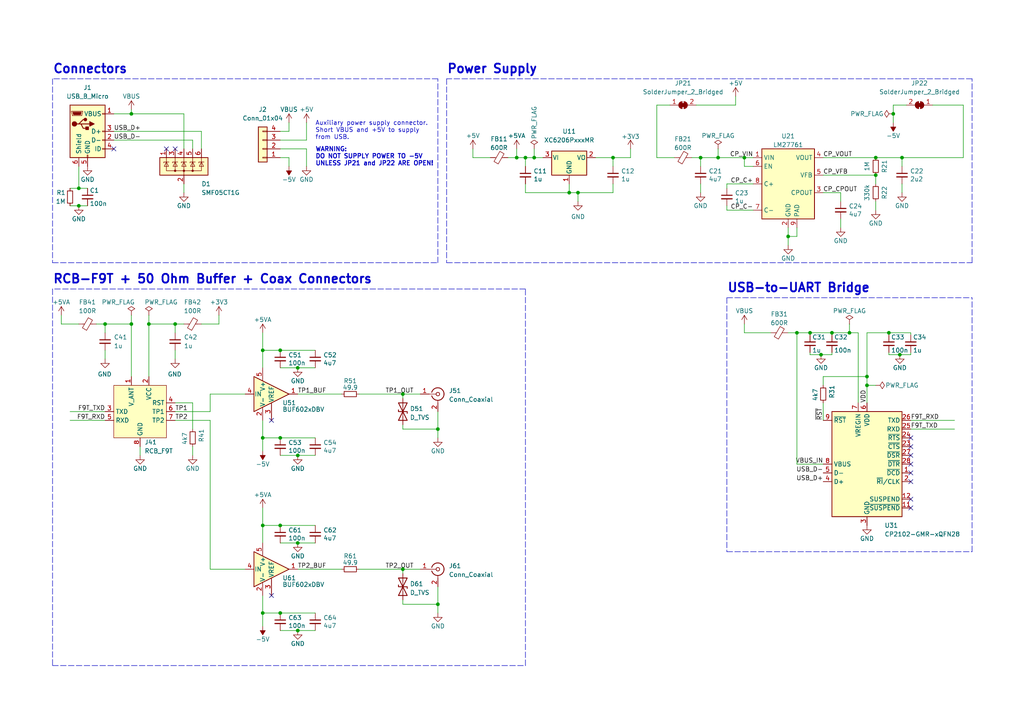
<source format=kicad_sch>
(kicad_sch (version 20211123) (generator eeschema)
  (paper "A4")
  (title_block (title "RCB-F9T Adapter w/ USB and 50Ω Timepulse SMA Connectors") (date "2022-08-21") (rev "1") (company "Carsten Andrich"))
  (lib_symbols
    (symbol "Amplifier_Buffer:BUF602xDBV" (pin_names (offset 0.127))
      (property "Reference" "U" (at 6.35 2.54 0))
      (property "Value" "BUF602xDBV" (at 7.62 -2.54 0))
      (symbol "BUF602xDBV_1_1"
        (pin output line (at 7.62 0 180) (length 2.54) (name "~") (number "1"))
        (pin power_in line (at -2.54 -7.62 90) (length 3.81) (name "V-") (number "2"))
        (pin output line (at 0 -7.62 90) (length 5.08) (name "VREF") (number "3"))
        (pin input line (at -7.62 0 0) (length 2.54) (name "IN") (number "4"))
        (pin power_in line (at -2.54 7.62 270) (length 3.81) (name "V+") (number "5"))
      )
    )
    (symbol "Connector:Conn_Coaxial" (pin_names (offset 1.016) hide)
      (property "Reference" "J" (at 0.254 3.048 0))
      (property "Value" "Conn_Coaxial" (at 2.921 0 90))
      (symbol "Conn_Coaxial_1_1"
        (pin passive line (at -5.08 0 0) (length 2.54) (name "In") (number "1"))
        (pin passive line (at 0 -5.08 90) (length 2.54) (name "Ext") (number "2"))
      )
    )
    (symbol "Connector:USB_B_Micro" (pin_names (offset 1.016))
      (property "Reference" "J" (at -5.08 11.43 0))
      (property "Value" "USB_B_Micro" (at -5.08 8.89 0))
      (symbol "USB_B_Micro_1_1"
        (pin power_out line (at 7.62 5.08 180) (length 2.54) (name "VBUS") (number "1"))
        (pin bidirectional line (at 7.62 -2.54 180) (length 2.54) (name "D-") (number "2"))
        (pin bidirectional line (at 7.62 0 180) (length 2.54) (name "D+") (number "3"))
        (pin passive line (at 7.62 -5.08 180) (length 2.54) (name "ID") (number "4"))
        (pin power_out line (at 0 -10.16 90) (length 2.54) (name "GND") (number "5"))
        (pin passive line (at -2.54 -10.16 90) (length 2.54) (name "Shield") (number "6"))
      )
    )
    (symbol "Connector_Generic:Conn_01x04" (pin_names (offset 1.016) hide)
      (property "Reference" "J" (at 0 5.08 0))
      (property "Value" "Conn_01x04" (at 0 -7.62 0))
      (symbol "Conn_01x04_1_1"
        (pin passive line (at -5.08 2.54 0) (length 3.81) (name "Pin_1") (number "1"))
        (pin passive line (at -5.08 0 0) (length 3.81) (name "Pin_2") (number "2"))
        (pin passive line (at -5.08 -2.54 0) (length 3.81) (name "Pin_3") (number "3"))
        (pin passive line (at -5.08 -5.08 0) (length 3.81) (name "Pin_4") (number "4"))
      )
    )
    (symbol "Device:C_Small" (pin_numbers hide) (pin_names (offset 0.254) hide)
      (property "Reference" "C" (at 0.254 1.778 0))
      (property "Value" "C_Small" (at 0.254 -2.032 0))
      (symbol "C_Small_1_1"
        (pin passive line (at 0 2.54 270) (length 2.032) (name "~") (number "1"))
        (pin passive line (at 0 -2.54 90) (length 2.032) (name "~") (number "2"))
      )
    )
    (symbol "Device:D_TVS" (pin_numbers hide) (pin_names (offset 1.016) hide)
      (property "Reference" "D" (at 0 2.54 0))
      (property "Value" "D_TVS" (at 0 -2.54 0))
      (symbol "D_TVS_1_1"
        (pin passive line (at -3.81 0 0) (length 2.54) (name "A1") (number "1"))
        (pin passive line (at 3.81 0 180) (length 2.54) (name "A2") (number "2"))
      )
    )
    (symbol "Device:FerriteBead_Small" (pin_numbers hide) (pin_names (offset 0))
      (property "Reference" "FB" (at 1.905 1.27 0))
      (property "Value" "FerriteBead_Small" (at 1.905 -1.27 0))
      (symbol "FerriteBead_Small_1_1"
        (pin passive line (at 0 2.54 270) (length 1.27) (name "~") (number "1"))
        (pin passive line (at 0 -2.54 90) (length 1.27) (name "~") (number "2"))
      )
    )
    (symbol "Device:R_Small" (pin_numbers hide) (pin_names (offset 0.254) hide)
      (property "Reference" "R" (at 0.762 0.508 0))
      (property "Value" "R_Small" (at 0.762 -1.016 0))
      (symbol "R_Small_1_1"
        (pin passive line (at 0 2.54 270) (length 0.762) (name "~") (number "1"))
        (pin passive line (at 0 -2.54 90) (length 0.762) (name "~") (number "2"))
      )
    )
    (symbol "Jumper:SolderJumper_2_Bridged" (pin_names (offset 0) hide)
      (property "Reference" "JP" (at 0 2.032 0))
      (property "Value" "SolderJumper_2_Bridged" (at 0 -2.54 0))
      (symbol "SolderJumper_2_Bridged_1_1"
        (pin passive line (at -3.81 0 0) (length 2.54) (name "A") (number "1"))
        (pin passive line (at 3.81 0 180) (length 2.54) (name "B") (number "2"))
      )
    )
    (symbol "Personal_Library:CP2102-GM"
      (property "Reference" "U" (at -8.89 17.78 0))
      (property "Value" "CP2102-GM" (at 12.7 17.78 0))
      (symbol "CP2102-GM_1_1"
        (pin input line (at 12.7 -2.54 180) (length 2.54) (name "~{DCD}") (number "1"))
        (pin no_connect line (at -62.23 -26.67 0) (length 2.54) hide (name "NC") (number "10"))
        (pin output line (at 12.7 -12.7 180) (length 2.54) (name "~{SUSPEND}") (number "11"))
        (pin output line (at 12.7 -10.16 180) (length 2.54) (name "SUSPEND") (number "12"))
        (pin no_connect line (at -39.37 -21.59 180) (length 2.54) hide (name "NC") (number "13"))
        (pin no_connect line (at -39.37 -26.67 180) (length 2.54) hide (name "NC") (number "14"))
        (pin no_connect line (at -39.37 -24.13 180) (length 2.54) hide (name "NC") (number "15"))
        (pin no_connect line (at -39.37 -8.89 180) (length 2.54) hide (name "NC") (number "16"))
        (pin no_connect line (at -39.37 -6.35 180) (length 2.54) hide (name "NC") (number "17"))
        (pin no_connect line (at -39.37 -3.81 180) (length 2.54) hide (name "NC") (number "18"))
        (pin no_connect line (at -39.37 -1.27 180) (length 2.54) hide (name "NC") (number "19"))
        (pin bidirectional line (at 12.7 -5.08 180) (length 2.54) (name "~{RI}/CLK") (number "2"))
        (pin no_connect line (at -39.37 -16.51 180) (length 2.54) hide (name "NC") (number "20"))
        (pin no_connect line (at -39.37 -13.97 180) (length 2.54) hide (name "NC") (number "21"))
        (pin no_connect line (at -39.37 -11.43 180) (length 2.54) hide (name "NC") (number "22"))
        (pin input line (at 12.7 5.08 180) (length 2.54) (name "~{CTS}") (number "23"))
        (pin output line (at 12.7 7.62 180) (length 2.54) (name "~{RTS}") (number "24"))
        (pin input line (at 12.7 10.16 180) (length 2.54) (name "RXD") (number "25"))
        (pin output line (at 12.7 12.7 180) (length 2.54) (name "TXD") (number "26"))
        (pin input line (at 12.7 2.54 180) (length 2.54) (name "~{DSR}") (number "27"))
        (pin output line (at 12.7 0 180) (length 2.54) (name "~{DTR}") (number "28"))
        (pin passive line (at 0 -17.78 90) (length 2.54) hide (name "GND") (number "29"))
        (pin power_in line (at 0 -17.78 90) (length 2.54) (name "GND") (number "3"))
        (pin bidirectional line (at -12.7 -5.08 0) (length 2.54) (name "D+") (number "4"))
        (pin bidirectional line (at -12.7 -2.54 0) (length 2.54) (name "D-") (number "5"))
        (pin power_in line (at 0 17.78 270) (length 2.54) (name "VDD") (number "6"))
        (pin power_in line (at -2.54 17.78 270) (length 2.54) (name "VREGIN") (number "7"))
        (pin input line (at -12.7 0 0) (length 2.54) (name "VBUS") (number "8"))
        (pin input line (at -12.7 12.7 0) (length 2.54) (name "~{RST}") (number "9"))
      )
    )
    (symbol "Personal_Library:RCB_F9T"
      (property "Reference" "J" (at 5.08 8.89 0))
      (property "Value" "RCB_F9T" (at 5.08 -8.89 0))
      (symbol "RCB_F9T_0_0"
        (pin power_in line (at -2.54 10.16 270) (length 2.54) (name "V_ANT") (number "1"))
        (pin power_in line (at 2.54 10.16 270) (length 2.54) (name "VCC") (number "2"))
        (pin output line (at -10.16 0 0) (length 2.54) (name "TXD") (number "3"))
        (pin input line (at 10.16 2.54 180) (length 2.54) (name "RST") (number "4"))
        (pin input line (at -10.16 -2.54 0) (length 2.54) (name "RXD") (number "5"))
        (pin output line (at 10.16 0 180) (length 2.54) (name "TP1") (number "6"))
        (pin output line (at 10.16 -2.54 180) (length 2.54) (name "TP2") (number "7"))
        (pin power_in line (at 0 -10.16 90) (length 2.54) (name "GND") (number "8"))
      )
    )
    (symbol "Power_Protection:SP0505BAJT" (pin_names hide)
      (property "Reference" "D" (at 7.62 2.54 0))
      (property "Value" "SP0505BAJT" (at 7.62 0.635 0))
      (symbol "SP0505BAJT_0_0"
        (pin passive line (at 0 -5.08 90) (length 2.54) (name "A") (number "2"))
      )
      (symbol "SP0505BAJT_1_1"
        (pin passive line (at -5.08 5.08 270) (length 2.54) (name "K") (number "1"))
        (pin passive line (at -2.54 5.08 270) (length 2.54) (name "K") (number "3"))
        (pin passive line (at 0 5.08 270) (length 2.54) (name "K") (number "4"))
        (pin passive line (at 2.54 5.08 270) (length 2.54) (name "K") (number "5"))
        (pin passive line (at 5.08 5.08 270) (length 2.54) (name "K") (number "6"))
      )
    )
    (symbol "Regulator_Linear:XC6206PxxxMR" (pin_names (offset 0.254))
      (property "Reference" "U" (at -3.81 3.175 0))
      (property "Value" "XC6206PxxxMR" (at 0 3.175 0))
      (symbol "XC6206PxxxMR_1_1"
        (pin power_in line (at 0 -7.62 90) (length 2.54) (name "GND") (number "1"))
        (pin power_out line (at 7.62 0 180) (length 2.54) (name "VO") (number "2"))
        (pin power_in line (at -7.62 0 0) (length 2.54) (name "VI") (number "3"))
      )
    )
    (symbol "Regulator_SwitchedCapacitor:LM27761"
      (property "Reference" "U" (at -6.35 11.43 0))
      (property "Value" "LM27761" (at 3.302 11.43 0))
      (symbol "LM27761_1_1"
        (pin power_in line (at -10.16 7.62 0) (length 2.54) (name "VIN") (number "1"))
        (pin power_in line (at 0 -12.7 90) (length 2.54) (name "GND") (number "2"))
        (pin power_out line (at 10.16 -2.54 180) (length 2.54) (name "CPOUT") (number "3"))
        (pin power_out line (at 10.16 7.62 180) (length 2.54) (name "VOUT") (number "4"))
        (pin input line (at 10.16 2.54 180) (length 2.54) (name "VFB") (number "5"))
        (pin input line (at -10.16 5.08 0) (length 2.54) (name "EN") (number "6"))
        (pin passive line (at -10.16 -7.62 0) (length 2.54) (name "C-") (number "7"))
        (pin passive line (at -10.16 0 0) (length 2.54) (name "C+") (number "8"))
        (pin power_in line (at 2.54 -12.7 90) (length 2.54) (name "PAD") (number "9"))
      )
    )
    (symbol "power:+3V3" (power) (pin_names (offset 0))
      (property "Value" "+3V3" (at 0 3.556 0))
      (symbol "+3V3_1_1"
        (pin power_in line (at 0 0 90) (length 0) hide (name "+3V3") (number "1"))
      )
    )
    (symbol "power:+5V" (power) (pin_names (offset 0))
      (property "Value" "+5V" (at 0 3.556 0))
      (symbol "+5V_1_1"
        (pin power_in line (at 0 0 90) (length 0) hide (name "+5V") (number "1"))
      )
    )
    (symbol "power:+5VA" (power) (pin_names (offset 0))
      (property "Value" "+5VA" (at 0 3.556 0))
      (symbol "+5VA_1_1"
        (pin power_in line (at 0 0 90) (length 0) hide (name "+5VA") (number "1"))
      )
    )
    (symbol "power:-5V" (power) (pin_names (offset 0))
      (property "Value" "-5V" (at 0 3.81 0))
      (symbol "-5V_0_0"
        (pin power_in line (at 0 0 90) (length 0) hide (name "-5V") (number "1"))
      )
    )
    (symbol "power:GND" (power) (pin_names (offset 0))
      (property "Value" "GND" (at 0 -3.81 0))
      (symbol "GND_1_1"
        (pin power_in line (at 0 0 270) (length 0) hide (name "GND") (number "1"))
      )
    )
    (symbol "power:PWR_FLAG" (power) (pin_numbers hide) (pin_names (offset 0) hide)
      (property "Value" "PWR_FLAG" (at 0 3.81 0))
      (symbol "PWR_FLAG_0_0"
        (pin power_out line (at 0 0 90) (length 0) (name "pwr") (number "1"))
      )
    )
    (symbol "power:VBUS" (power) (pin_names (offset 0))
      (property "Value" "VBUS" (at 0 3.81 0))
      (symbol "VBUS_1_1"
        (pin power_in line (at 0 0 90) (length 0) hide (name "VBUS") (number "1"))
      )
    )
  )
  (junction (at 76.2 127))
  (junction (at 261.62 45.72))
  (junction (at 22.86 54.61))
  (junction (at 228.6 68.58))
  (junction (at 81.28 152.4))
  (junction (at 254 50.8))
  (junction (at 116.84 165.1))
  (junction (at 76.2 101.6))
  (junction (at 86.36 132.08))
  (junction (at 81.28 101.6))
  (junction (at 208.28 45.72))
  (junction (at 76.2 152.4))
  (junction (at 231.14 96.52))
  (junction (at 154.94 45.72))
  (junction (at 177.8 45.72))
  (junction (at 149.86 45.72))
  (junction (at 234.95 96.52))
  (junction (at 116.84 114.3))
  (junction (at 215.9 45.72))
  (junction (at 251.46 109.22))
  (junction (at 81.28 177.8))
  (junction (at 254 45.72))
  (junction (at 203.2 45.72))
  (junction (at 76.2 177.8))
  (junction (at 86.36 157.48))
  (junction (at 246.38 96.52))
  (junction (at 260.985 102.87))
  (junction (at 251.46 111.76))
  (junction (at 165.1 55.88))
  (junction (at 38.1 93.98))
  (junction (at 127 175.26))
  (junction (at 50.8 93.98))
  (junction (at 22.86 59.69))
  (junction (at 127 124.46))
  (junction (at 30.48 93.98))
  (junction (at 241.3 96.52))
  (junction (at 81.28 127))
  (junction (at 38.1 33.02))
  (junction (at 86.36 182.88))
  (junction (at 152.4 45.72))
  (junction (at 86.36 106.68))
  (junction (at 259.08 33.02))
  (junction (at 167.64 55.88))
  (junction (at 238.125 102.87))
  (junction (at 257.81 96.52))
  (junction (at 43.18 93.98))
  (no_connect (at 33.02 43.18))
  (no_connect (at 264.16 129.54))
  (no_connect (at 264.16 127))
  (no_connect (at 264.16 132.08))
  (no_connect (at 264.16 134.62))
  (no_connect (at 264.16 147.32))
  (no_connect (at 264.16 137.16))
  (no_connect (at 264.16 139.7))
  (no_connect (at 264.16 144.78))
  (no_connect (at 50.8 43.18))
  (no_connect (at 48.26 43.18))
  (no_connect (at 78.74 172.72))
  (no_connect (at 78.74 121.92))
  (wire (pts (xy 154.94 43.18) (xy 154.94 45.72)))
  (wire (pts (xy 149.86 45.72) (xy 152.4 45.72)))
  (wire (pts (xy 261.62 45.72) (xy 254 45.72)))
  (wire (pts (xy 27.94 93.98) (xy 30.48 93.98)))
  (wire (pts (xy 264.16 102.87) (xy 264.16 102.235)))
  (wire (pts (xy 50.8 119.38) (xy 60.96 119.38)))
  (wire (pts (xy 264.16 96.52) (xy 264.16 97.155)))
  (wire (pts (xy 81.28 132.08) (xy 86.36 132.08)))
  (wire (pts (xy 86.36 132.08) (xy 91.44 132.08)))
  (wire (pts (xy 81.28 40.64) (xy 88.9 40.64)))
  (wire (pts (xy 86.36 114.3) (xy 99.06 114.3)))
  (wire (pts (xy 177.8 48.26) (xy 177.8 45.72)))
  (wire (pts (xy 33.02 40.64) (xy 55.88 40.64)))
  (wire (pts (xy 76.2 121.92) (xy 76.2 127)))
  (wire (pts (xy 234.95 96.52) (xy 234.95 97.155)))
  (wire (pts (xy 264.16 124.46) (xy 276.86 124.46)))
  (wire (pts (xy 231.14 66.04) (xy 231.14 68.58)))
  (wire (pts (xy 213.36 27.94) (xy 213.36 30.48)))
  (wire (pts (xy 22.86 48.26) (xy 22.86 54.61)))
  (wire (pts (xy 261.62 55.88) (xy 261.62 53.34)))
  (polyline (pts (xy 15.24 22.86) (xy 15.24 76.2)))
  (wire (pts (xy 215.9 96.52) (xy 223.52 96.52)))
  (wire (pts (xy 127 177.8) (xy 127 175.26)))
  (wire (pts (xy 254 111.76) (xy 251.46 111.76)))
  (wire (pts (xy 81.28 45.72) (xy 83.82 45.72)))
  (wire (pts (xy 60.96 165.1) (xy 71.12 165.1)))
  (wire (pts (xy 76.2 101.6) (xy 76.2 106.68)))
  (wire (pts (xy 58.42 38.1) (xy 58.42 43.18)))
  (wire (pts (xy 86.36 106.68) (xy 91.44 106.68)))
  (wire (pts (xy 238.125 102.87) (xy 241.3 102.87)))
  (wire (pts (xy 251.46 109.22) (xy 251.46 111.76)))
  (wire (pts (xy 254 58.42) (xy 254 60.96)))
  (wire (pts (xy 264.16 121.92) (xy 276.86 121.92)))
  (wire (pts (xy 195.58 45.72) (xy 190.5 45.72)))
  (wire (pts (xy 234.95 102.87) (xy 234.95 102.235)))
  (polyline (pts (xy 281.94 160.02) (xy 281.94 86.36)))
  (wire (pts (xy 260.985 102.87) (xy 264.16 102.87)))
  (wire (pts (xy 228.6 66.04) (xy 228.6 68.58)))
  (wire (pts (xy 152.4 55.88) (xy 165.1 55.88)))
  (wire (pts (xy 50.8 116.84) (xy 55.88 116.84)))
  (wire (pts (xy 53.34 33.02) (xy 53.34 43.18)))
  (wire (pts (xy 60.96 119.38) (xy 60.96 114.3)))
  (wire (pts (xy 20.32 119.38) (xy 30.48 119.38)))
  (wire (pts (xy 167.64 58.42) (xy 167.64 55.88)))
  (wire (pts (xy 17.78 91.44) (xy 17.78 93.98)))
  (polyline (pts (xy 152.4 193.04) (xy 152.4 83.82)))
  (wire (pts (xy 208.28 43.18) (xy 208.28 45.72)))
  (wire (pts (xy 22.86 54.61) (xy 25.4 54.61)))
  (wire (pts (xy 215.9 45.72) (xy 218.44 45.72)))
  (wire (pts (xy 177.8 45.72) (xy 182.88 45.72)))
  (wire (pts (xy 116.84 165.1) (xy 116.84 166.37)))
  (wire (pts (xy 22.86 54.61) (xy 20.32 54.61)))
  (wire (pts (xy 127 170.18) (xy 127 175.26)))
  (polyline (pts (xy 127 22.86) (xy 15.24 22.86)))
  (wire (pts (xy 81.28 106.68) (xy 86.36 106.68)))
  (wire (pts (xy 259.08 30.48) (xy 262.89 30.48)))
  (wire (pts (xy 81.28 38.1) (xy 83.82 38.1)))
  (wire (pts (xy 81.28 152.4) (xy 91.44 152.4)))
  (wire (pts (xy 218.44 48.26) (xy 215.9 48.26)))
  (wire (pts (xy 20.32 121.92) (xy 30.48 121.92)))
  (wire (pts (xy 257.81 96.52) (xy 264.16 96.52)))
  (wire (pts (xy 83.82 45.72) (xy 83.82 48.26)))
  (wire (pts (xy 116.84 123.19) (xy 116.84 124.46)))
  (wire (pts (xy 81.28 43.18) (xy 88.9 43.18)))
  (wire (pts (xy 116.84 114.3) (xy 121.92 114.3)))
  (wire (pts (xy 157.48 45.72) (xy 154.94 45.72)))
  (polyline (pts (xy 129.54 22.86) (xy 129.54 76.2)))
  (wire (pts (xy 231.14 96.52) (xy 234.95 96.52)))
  (wire (pts (xy 203.2 48.26) (xy 203.2 45.72)))
  (wire (pts (xy 152.4 45.72) (xy 152.4 48.26)))
  (wire (pts (xy 243.84 66.04) (xy 243.84 63.5)))
  (wire (pts (xy 147.32 45.72) (xy 149.86 45.72)))
  (wire (pts (xy 127 119.38) (xy 127 124.46)))
  (wire (pts (xy 76.2 127) (xy 81.28 127)))
  (wire (pts (xy 190.5 45.72) (xy 190.5 30.48)))
  (wire (pts (xy 243.84 55.88) (xy 243.84 58.42)))
  (wire (pts (xy 238.76 50.8) (xy 254 50.8)))
  (wire (pts (xy 190.5 30.48) (xy 194.31 30.48)))
  (wire (pts (xy 261.62 48.26) (xy 261.62 45.72)))
  (polyline (pts (xy 152.4 83.82) (xy 15.24 83.82)))
  (polyline (pts (xy 210.82 160.02) (xy 281.94 160.02)))
  (wire (pts (xy 257.81 102.87) (xy 257.81 102.235)))
  (wire (pts (xy 53.34 55.88) (xy 53.34 53.34)))
  (wire (pts (xy 30.48 93.98) (xy 38.1 93.98)))
  (wire (pts (xy 238.76 45.72) (xy 254 45.72)))
  (wire (pts (xy 231.14 68.58) (xy 228.6 68.58)))
  (wire (pts (xy 167.64 55.88) (xy 177.8 55.88)))
  (wire (pts (xy 127 127) (xy 127 124.46)))
  (wire (pts (xy 210.82 53.34) (xy 210.82 54.61)))
  (wire (pts (xy 88.9 43.18) (xy 88.9 48.26)))
  (wire (pts (xy 60.96 114.3) (xy 71.12 114.3)))
  (wire (pts (xy 81.28 182.88) (xy 86.36 182.88)))
  (wire (pts (xy 270.51 30.48) (xy 279.4 30.48)))
  (wire (pts (xy 241.3 96.52) (xy 246.38 96.52)))
  (wire (pts (xy 215.9 93.98) (xy 215.9 96.52)))
  (wire (pts (xy 203.2 53.34) (xy 203.2 55.88)))
  (polyline (pts (xy 210.82 86.36) (xy 210.82 160.02)))
  (wire (pts (xy 238.125 102.87) (xy 234.95 102.87)))
  (wire (pts (xy 260.985 102.87) (xy 257.81 102.87)))
  (wire (pts (xy 86.36 157.48) (xy 91.44 157.48)))
  (polyline (pts (xy 15.24 76.2) (xy 127 76.2)))
  (wire (pts (xy 152.4 53.34) (xy 152.4 55.88)))
  (wire (pts (xy 38.1 93.98) (xy 38.1 109.22)))
  (wire (pts (xy 215.9 48.26) (xy 215.9 45.72)))
  (wire (pts (xy 251.46 111.76) (xy 251.46 116.84)))
  (wire (pts (xy 116.84 175.26) (xy 127 175.26)))
  (wire (pts (xy 81.28 157.48) (xy 86.36 157.48)))
  (wire (pts (xy 116.84 114.3) (xy 116.84 115.57)))
  (wire (pts (xy 76.2 152.4) (xy 81.28 152.4)))
  (wire (pts (xy 30.48 93.98) (xy 30.48 96.52)))
  (wire (pts (xy 241.3 102.87) (xy 241.3 102.235)))
  (wire (pts (xy 172.72 45.72) (xy 177.8 45.72)))
  (polyline (pts (xy 281.94 76.2) (xy 281.94 22.86)))
  (wire (pts (xy 81.28 101.6) (xy 91.44 101.6)))
  (wire (pts (xy 177.8 55.88) (xy 177.8 53.34)))
  (wire (pts (xy 246.38 96.52) (xy 248.92 96.52)))
  (wire (pts (xy 38.1 33.02) (xy 53.34 33.02)))
  (wire (pts (xy 43.18 91.44) (xy 43.18 93.98)))
  (wire (pts (xy 210.82 60.96) (xy 218.44 60.96)))
  (wire (pts (xy 43.18 93.98) (xy 43.18 109.22)))
  (wire (pts (xy 201.93 30.48) (xy 213.36 30.48)))
  (wire (pts (xy 116.84 173.99) (xy 116.84 175.26)))
  (wire (pts (xy 238.76 55.88) (xy 243.84 55.88)))
  (wire (pts (xy 149.86 43.18) (xy 149.86 45.72)))
  (wire (pts (xy 210.82 59.69) (xy 210.82 60.96)))
  (wire (pts (xy 116.84 124.46) (xy 127 124.46)))
  (wire (pts (xy 165.1 53.34) (xy 165.1 55.88)))
  (wire (pts (xy 76.2 96.52) (xy 76.2 101.6)))
  (wire (pts (xy 76.2 127) (xy 76.2 130.81)))
  (wire (pts (xy 251.46 96.52) (xy 251.46 109.22)))
  (wire (pts (xy 254 53.34) (xy 254 50.8)))
  (wire (pts (xy 50.8 93.98) (xy 43.18 93.98)))
  (wire (pts (xy 50.8 93.98) (xy 50.8 96.52)))
  (wire (pts (xy 76.2 147.32) (xy 76.2 152.4)))
  (wire (pts (xy 257.81 96.52) (xy 251.46 96.52)))
  (wire (pts (xy 137.16 43.18) (xy 137.16 45.72)))
  (wire (pts (xy 53.34 93.98) (xy 50.8 93.98)))
  (wire (pts (xy 33.02 33.02) (xy 38.1 33.02)))
  (wire (pts (xy 76.2 101.6) (xy 81.28 101.6)))
  (wire (pts (xy 60.96 121.92) (xy 60.96 165.1)))
  (polyline (pts (xy 281.94 22.86) (xy 129.54 22.86)))
  (wire (pts (xy 83.82 38.1) (xy 83.82 35.56)))
  (wire (pts (xy 55.88 129.54) (xy 55.88 132.08)))
  (wire (pts (xy 259.08 33.02) (xy 259.08 35.56)))
  (wire (pts (xy 231.14 134.62) (xy 238.76 134.62)))
  (wire (pts (xy 76.2 172.72) (xy 76.2 177.8)))
  (polyline (pts (xy 210.82 86.36) (xy 281.94 86.36)))
  (wire (pts (xy 30.48 101.6) (xy 30.48 104.14)))
  (wire (pts (xy 20.32 59.69) (xy 22.86 59.69)))
  (wire (pts (xy 86.36 165.1) (xy 99.06 165.1)))
  (wire (pts (xy 231.14 96.52) (xy 231.14 134.62)))
  (wire (pts (xy 63.5 93.98) (xy 58.42 93.98)))
  (wire (pts (xy 234.95 96.52) (xy 241.3 96.52)))
  (wire (pts (xy 33.02 38.1) (xy 58.42 38.1)))
  (wire (pts (xy 261.62 45.72) (xy 279.4 45.72)))
  (wire (pts (xy 238.76 109.22) (xy 238.76 111.76)))
  (wire (pts (xy 17.78 93.98) (xy 22.86 93.98)))
  (wire (pts (xy 38.1 91.44) (xy 38.1 93.98)))
  (wire (pts (xy 22.86 59.69) (xy 25.4 59.69)))
  (wire (pts (xy 228.6 96.52) (xy 231.14 96.52)))
  (wire (pts (xy 218.44 53.34) (xy 210.82 53.34)))
  (wire (pts (xy 55.88 40.64) (xy 55.88 43.18)))
  (wire (pts (xy 238.76 116.84) (xy 238.76 121.92)))
  (wire (pts (xy 88.9 35.56) (xy 88.9 40.64)))
  (wire (pts (xy 76.2 177.8) (xy 81.28 177.8)))
  (wire (pts (xy 137.16 45.72) (xy 142.24 45.72)))
  (wire (pts (xy 104.14 114.3) (xy 116.84 114.3)))
  (wire (pts (xy 228.6 71.12) (xy 228.6 68.58)))
  (wire (pts (xy 76.2 177.8) (xy 76.2 181.61)))
  (wire (pts (xy 76.2 152.4) (xy 76.2 157.48)))
  (wire (pts (xy 116.84 165.1) (xy 121.92 165.1)))
  (wire (pts (xy 55.88 116.84) (xy 55.88 124.46)))
  (wire (pts (xy 86.36 182.88) (xy 91.44 182.88)))
  (wire (pts (xy 248.92 96.52) (xy 248.92 116.84)))
  (polyline (pts (xy 127 76.2) (xy 127 22.86)))
  (wire (pts (xy 50.8 121.92) (xy 60.96 121.92)))
  (wire (pts (xy 246.38 93.98) (xy 246.38 96.52)))
  (wire (pts (xy 40.64 129.54) (xy 40.64 132.08)))
  (wire (pts (xy 259.08 33.02) (xy 259.08 30.48)))
  (wire (pts (xy 208.28 45.72) (xy 215.9 45.72)))
  (wire (pts (xy 50.8 101.6) (xy 50.8 104.14)))
  (wire (pts (xy 241.3 96.52) (xy 241.3 97.155)))
  (wire (pts (xy 203.2 45.72) (xy 208.28 45.72)))
  (wire (pts (xy 257.81 96.52) (xy 257.81 97.155)))
  (wire (pts (xy 104.14 165.1) (xy 116.84 165.1)))
  (wire (pts (xy 63.5 91.44) (xy 63.5 93.98)))
  (wire (pts (xy 154.94 45.72) (xy 152.4 45.72)))
  (polyline (pts (xy 15.24 83.82) (xy 15.24 193.04)))
  (wire (pts (xy 279.4 30.48) (xy 279.4 45.72)))
  (wire (pts (xy 200.66 45.72) (xy 203.2 45.72)))
  (wire (pts (xy 238.76 109.22) (xy 251.46 109.22)))
  (wire (pts (xy 81.28 127) (xy 91.44 127)))
  (wire (pts (xy 81.28 177.8) (xy 91.44 177.8)))
  (wire (pts (xy 38.1 33.02) (xy 38.1 31.75)))
  (wire (pts (xy 165.1 55.88) (xy 167.64 55.88)))
  (polyline (pts (xy 129.54 76.2) (xy 281.94 76.2)))
  (wire (pts (xy 182.88 45.72) (xy 182.88 43.18)))
  (polyline (pts (xy 15.24 193.04) (xy 152.4 193.04)))
  (text "Auxiliary power supply connector.\nShort VBUS and +5V to supply\nfrom USB." (at 91.44 40.64 0) (effects (font (size 1.27 1.27)) (justify left bottom)))
  (text "WARNING:\nDO NOT SUPPLY POWER TO -5V\nUNLESS JP21 and JP22 ARE OPEN!" (at 91.44 48.26 0) (effects (font (size 1.27 1.27) (thickness 0.254) bold) (justify left bottom)))
  (text "Power Supply" (at 129.54 21.59 0) (effects (font (size 2.54 2.54) (thickness 0.508) bold) (justify left bottom)))
  (text "Connectors" (at 15.24 21.59 0) (effects (font (size 2.54 2.54) (thickness 0.508) bold) (justify left bottom)))
  (text "RCB-F9T + 50 Ohm Buffer + Coax Connectors" (at 15.24 82.55 0) (effects (font (size 2.54 2.54) (thickness 0.508) bold) (justify left bottom)))
  (text "USB-to-UART Bridge" (at 210.82 85.09 0) (effects (font (size 2.54 2.54) (thickness 0.508) bold) (justify left bottom)))
  (label "VDD" (at 251.46 116.84 90))
  (label "VBUS_IN" (at 238.76 134.62 180))
  (label "CP_VFB" (at 238.76 50.8 0))
  (label "CP_C-" (at 218.44 60.96 180))
  (label "TP1" (at 50.8 119.38 0))
  (label "TP2_BUF" (at 86.36 165.1 0))
  (label "CP_C+" (at 218.44 53.34 180))
  (label "F9T_RXD" (at 264.16 121.92 0))
  (label "F9T_RXD" (at 30.48 121.92 180))
  (label "~{RST}" (at 238.76 121.92 90))
  (label "USB_D-" (at 33.02 40.64 0))
  (label "F9T_TXD" (at 264.16 124.46 0))
  (label "CP_VOUT" (at 238.76 45.72 0))
  (label "USB_D-" (at 238.76 137.16 180))
  (label "TP1_OUT" (at 111.76 114.3 0))
  (label "TP2_OUT" (at 111.76 165.1 0))
  (label "TP2" (at 50.8 121.92 0))
  (label "F9T_TXD" (at 30.48 119.38 180))
  (label "USB_D+" (at 238.76 139.7 180))
  (label "CP_VIN" (at 218.44 45.72 180))
  (label "CP_CPOUT" (at 238.76 55.88 0))
  (label "TP1_BUF" (at 86.36 114.3 0))
  (label "USB_D+" (at 33.02 38.1 0))
  (symbol (lib_id "Device:C_Small") (at 152.4 50.8 0) (unit 1)
    (property "Reference" "C11" (at 154.7368 49.6316 0) (effects (justify left)))
    (property "Value" "1u" (at 154.7368 51.943 0) (effects (justify left)))
    (property "Footprint" "Capacitor_SMD:C_0603_1608Metric" (effects hide))
    (property "LCSC" "C15849" (effects hide))
    (property "MPN" "CL10A105KB8NNNC" (effects hide))
    (property "Manufacturer" "Samsung Electro-Mechanics" (effects hide))
  )
  (symbol (lib_id "Connector:Conn_Coaxial") (at 127 165.1 0) (unit 1)
    (property "Reference" "J61" (at 130.175 164.1231 0) (effects (justify left)))
    (property "Value" "Conn_Coaxial" (at 130.175 166.6631 0) (effects (justify left)))
    (property "Footprint" "Personal_Library:SMA_Rosenberger_32K145-400L5_EdgeMount_Horizontal" (effects hide))
    (property "Datasheet" " ~" (effects hide))
  )
  (symbol (lib_id "power:+5VA") (at 76.2 147.32 0) (unit 1)
    (property "Reference" "#PWR0106" (effects hide))
    (property "Value" "+5VA" (at 76.2 143.51 0))
  )
  (symbol (lib_id "Personal_Library:CP2102-GM") (at 251.46 134.62 0) (unit 1)
    (property "Reference" "U31" (at 256.54 152.4 0) (effects (justify left)))
    (property "Value" "CP2102-GMR-xQFN28" (at 256.54 154.94 0) (effects (justify left)))
    (property "Footprint" "Package_DFN_QFN:QFN-28-1EP_5x5mm_P0.5mm_EP3.35x3.35mm" (effects hide))
    (property "Datasheet" "https://www.silabs.com/documents/public/data-sheets/CP2102-9.pdf" (effects hide))
    (property "LCSC" "C6568" (effects hide))
  )
  (symbol (lib_id "Device:R_Small") (at 254 48.26 0) (unit 1)
    (property "Reference" "R21" (at 256.54 48.26 90))
    (property "Value" "1M" (at 251.46 48.26 90))
    (property "Footprint" "Resistor_SMD:R_0402_1005Metric" (effects hide))
    (property "LCSC" "C26083" (effects hide))
    (property "MPN" "0402WGF1004TCE" (effects hide))
    (property "Manufacturer" "UNI-ROYAL(Uniroyal Elec)" (effects hide))
  )
  (symbol (lib_id "Personal_Library:RCB_F9T") (at 40.64 119.38 0) (unit 1)
    (property "Reference" "J41" (at 41.91 128.27 0) (effects (justify left)))
    (property "Value" "RCB_F9T" (at 41.91 130.81 0) (effects (justify left)))
    (property "Footprint" "Personal_Library:RCB_F9T" (effects hide))
  )
  (symbol (lib_id "power:-5V") (at 76.2 181.61 180) (unit 1)
    (property "Reference" "#PWR064" (effects hide))
    (property "Value" "-5V" (at 76.2 185.42 0))
  )
  (symbol (lib_id "power:GND") (at 243.84 66.04 0) (unit 1)
    (property "Reference" "#PWR027" (effects hide))
    (property "Value" "GND" (at 243.84 69.85 0))
  )
  (symbol (lib_id "Device:R_Small") (at 55.88 127 0) (unit 1)
    (property "Reference" "R41" (at 58.42 128.27 90) (effects (justify left)))
    (property "Value" "4k7" (at 53.594 129.032 90) (effects (justify left)))
    (property "Footprint" "Resistor_SMD:R_0402_1005Metric" (effects hide))
    (property "LCSC" "C25900" (effects hide))
  )
  (symbol (lib_id "Device:C_Small") (at 91.44 129.54 0) (unit 1)
    (property "Reference" "C54" (at 93.7768 128.3716 0) (effects (justify left)))
    (property "Value" "4u7" (at 93.7768 130.683 0) (effects (justify left)))
    (property "Footprint" "Capacitor_SMD:C_0603_1608Metric" (effects hide))
    (property "LCSC" "C96446" (effects hide))
    (property "MPN" "CL10A106MA8NRNC" (effects hide))
    (property "Manufacturer" "Samsung Electro-Mechanics" (effects hide))
  )
  (symbol (lib_id "power:-5V") (at 83.82 48.26 180) (unit 1)
    (property "Reference" "#PWR0107" (effects hide))
    (property "Value" "-5V" (at 83.82 52.07 0))
  )
  (symbol (lib_id "power:+5VA") (at 149.86 43.18 0) (unit 1)
    (property "Reference" "#PWR0103" (effects hide))
    (property "Value" "+5VA" (at 149.86 39.37 0))
  )
  (symbol (lib_id "power:VBUS") (at 83.82 35.56 0) (unit 1)
    (property "Reference" "#PWR02" (effects hide))
    (property "Value" "VBUS" (at 83.82 31.75 0))
  )
  (symbol (lib_id "Device:D_TVS") (at 116.84 170.18 90) (unit 1)
    (property "Reference" "D61" (at 118.872 169.3453 90) (effects (justify right)))
    (property "Value" "D_TVS" (at 118.872 171.8822 90) (effects (justify right)))
    (property "Footprint" "Diode_SMD:D_0402_1005Metric" (effects hide))
    (property "LCSC" "C316049" (effects hide))
    (property "MPN" "0402ESDA-05N" (effects hide))
    (property "Manufacturer" "Born" (effects hide))
  )
  (symbol (lib_id "Device:FerriteBead_Small") (at 226.06 96.52 90) (unit 1)
    (property "Reference" "FB31" (at 226.0219 91.1184 90))
    (property "Value" "600R" (at 226.0219 93.6553 90))
    (property "Footprint" "Inductor_SMD:L_0805_2012Metric" (effects hide))
    (property "LCSC" "C1017" (effects hide))
  )
  (symbol (lib_id "Device:C_Small") (at 210.82 57.15 0) (unit 1)
    (property "Reference" "C23" (at 213.1568 55.9816 0) (effects (justify left)))
    (property "Value" "1u" (at 213.1568 58.293 0) (effects (justify left)))
    (property "Footprint" "Capacitor_SMD:C_0603_1608Metric" (effects hide))
    (property "LCSC" "C15849" (effects hide))
    (property "MPN" "CL10A105KB8NNNC" (effects hide))
    (property "Manufacturer" "Samsung Electro-Mechanics" (effects hide))
  )
  (symbol (lib_id "power:PWR_FLAG") (at 208.28 43.18 0) (unit 1)
    (property "Reference" "#FLG0101" (effects hide))
    (property "Value" "PWR_FLAG" (at 208.28 39.37 0))
  )
  (symbol (lib_id "power:PWR_FLAG") (at 246.38 93.98 0) (unit 1)
    (property "Reference" "#FLG031" (effects hide))
    (property "Value" "PWR_FLAG" (at 246.38 90.17 0))
  )
  (symbol (lib_id "Device:C_Small") (at 91.44 104.14 0) (unit 1)
    (property "Reference" "C52" (at 93.7768 102.9716 0) (effects (justify left)))
    (property "Value" "4u7" (at 93.7768 105.283 0) (effects (justify left)))
    (property "Footprint" "Capacitor_SMD:C_0603_1608Metric" (effects hide))
    (property "LCSC" "C96446" (effects hide))
    (property "MPN" "CL10A106MA8NRNC" (effects hide))
    (property "Manufacturer" "Samsung Electro-Mechanics" (effects hide))
  )
  (symbol (lib_id "Device:FerriteBead_Small") (at 198.12 45.72 90) (unit 1)
    (property "Reference" "FB21" (at 198.0819 40.3184 90))
    (property "Value" "600R" (at 198.0819 42.8553 90))
    (property "Footprint" "Inductor_SMD:L_0805_2012Metric" (effects hide))
    (property "LCSC" "C1017" (effects hide))
  )
  (symbol (lib_id "power:GND") (at 86.36 106.68 0) (unit 1)
    (property "Reference" "#PWR052" (effects hide))
    (property "Value" "GND" (at 86.36 110.49 0))
  )
  (symbol (lib_id "power:PWR_FLAG") (at 154.94 43.18 0) (unit 1)
    (property "Reference" "#FLG01" (effects hide))
    (property "Value" "PWR_FLAG" (at 154.94 35.56 90))
  )
  (symbol (lib_id "power:GND") (at 86.36 182.88 0) (unit 1)
    (property "Reference" "#PWR065" (effects hide))
    (property "Value" "GND" (at 86.36 186.69 0))
  )
  (symbol (lib_id "Amplifier_Buffer:BUF602xDBV") (at 78.74 114.3 0) (unit 1)
    (property "Reference" "U51" (at 81.915 116.84 0) (effects (justify left)))
    (property "Value" "BUF602xDBV" (at 81.915 118.745 0) (effects (justify left)))
    (property "Footprint" "Package_TO_SOT_SMD:SOT-23-5" (effects hide))
    (property "Datasheet" "http://www.ti.com/lit/ds/symlink/buf602.pdf" (effects hide))
    (property "MPN" "BUF602xDBV" (effects hide))
    (property "Manufacturer" "TI" (effects hide))
  )
  (symbol (lib_id "Regulator_Linear:XC6206PxxxMR") (at 165.1 45.72 0) (unit 1)
    (property "Reference" "U11" (at 165.1 38.1 0))
    (property "Value" "XC6206PxxxMR" (at 165.1 40.64 0))
    (property "Footprint" "Package_TO_SOT_SMD:SOT-23" (effects hide))
    (property "Datasheet" "https://www.torexsemi.com/file/xc6206/XC6206.pdf" (effects hide))
    (property "LCSC" "C5446" (effects hide))
  )
  (symbol (lib_id "power:PWR_FLAG") (at 254 111.76 270) (unit 1)
    (property "Reference" "#FLG032" (effects hide))
    (property "Value" "PWR_FLAG" (at 261.62 111.76 90))
  )
  (symbol (lib_id "power:-5V") (at 259.08 35.56 180) (unit 1)
    (property "Reference" "#PWR023" (effects hide))
    (property "Value" "-5V" (at 259.08 39.37 0))
  )
  (symbol (lib_id "Device:R_Small") (at 101.6 165.1 90) (unit 1)
    (property "Reference" "R61" (at 101.6 161.29 90))
    (property "Value" "49.9" (at 101.6 163.195 90))
    (property "Footprint" "Resistor_SMD:R_0805_2012Metric" (effects hide))
    (property "LCSC" "C17720" (effects hide))
    (property "MPN" "R 49.9R 125mW 0805" (effects hide))
  )
  (symbol (lib_id "Device:C_Small") (at 25.4 57.15 0) (unit 1)
    (property "Reference" "C1" (at 26.035 55.245 0) (effects (justify left)))
    (property "Value" "100n" (at 26.035 59.055 0) (effects (justify left)))
    (property "Footprint" "Capacitor_SMD:C_0402_1005Metric" (effects hide))
    (property "LCSC" "C307331" (effects hide))
    (property "MPN" "CL05B104KB54PNC" (effects hide))
    (property "Manufacturer" "Samsung Electro-Mechanics" (effects hide))
  )
  (symbol (lib_id "power:-5V") (at 76.2 130.81 180) (unit 1)
    (property "Reference" "#PWR054" (effects hide))
    (property "Value" "-5V" (at 76.2 134.62 0))
  )
  (symbol (lib_id "Device:C_Small") (at 81.28 180.34 0) (unit 1)
    (property "Reference" "C63" (at 83.6168 179.1716 0) (effects (justify left)))
    (property "Value" "100n" (at 83.6168 181.483 0) (effects (justify left)))
    (property "Footprint" "Capacitor_SMD:C_0402_1005Metric" (effects hide))
    (property "LCSC" "C307331" (effects hide))
    (property "MPN" "CL05B104KB54PNC" (effects hide))
    (property "Manufacturer" "Samsung Electro-Mechanics" (effects hide))
  )
  (symbol (lib_id "Device:C_Small") (at 50.8 99.06 0) (unit 1)
    (property "Reference" "C42" (at 53.34 97.79 0) (effects (justify left)))
    (property "Value" "1u" (at 53.34 100.33 0) (effects (justify left)))
    (property "Footprint" "Capacitor_SMD:C_0603_1608Metric" (effects hide))
    (property "LCSC" "C15849" (effects hide))
    (property "MPN" "CL10A105KB8NNNC" (effects hide))
    (property "Manufacturer" "Samsung Electro-Mechanics" (effects hide))
  )
  (symbol (lib_id "Device:C_Small") (at 203.2 50.8 0) (unit 1)
    (property "Reference" "C21" (at 205.5368 49.6316 0) (effects (justify left)))
    (property "Value" "4u7" (at 205.5368 51.943 0) (effects (justify left)))
    (property "Footprint" "Capacitor_SMD:C_0603_1608Metric" (effects hide))
    (property "LCSC" "C96446" (effects hide))
    (property "MPN" "CL10A106MA8NRNC" (effects hide))
    (property "Manufacturer" "Samsung Electro-Mechanics" (effects hide))
  )
  (symbol (lib_id "Device:C_Small") (at 257.81 99.695 0) (unit 1)
    (property "Reference" "C33" (at 258.445 97.79 0) (effects (justify left)))
    (property "Value" "100n" (at 258.445 101.6 0) (effects (justify left)))
    (property "Footprint" "Capacitor_SMD:C_0402_1005Metric" (effects hide))
    (property "LCSC" "C307331" (effects hide))
    (property "MPN" "CL05B104KB54PNC" (effects hide))
    (property "Manufacturer" "Samsung Electro-Mechanics" (effects hide))
  )
  (symbol (lib_id "power:+5VA") (at 76.2 96.52 0) (unit 1)
    (property "Reference" "#PWR0104" (effects hide))
    (property "Value" "+5VA" (at 76.2 92.71 0))
  )
  (symbol (lib_id "Device:C_Small") (at 81.28 154.94 0) (unit 1)
    (property "Reference" "C61" (at 83.6168 153.7716 0) (effects (justify left)))
    (property "Value" "100n" (at 83.6168 156.083 0) (effects (justify left)))
    (property "Footprint" "Capacitor_SMD:C_0402_1005Metric" (effects hide))
    (property "LCSC" "C307331" (effects hide))
    (property "MPN" "CL05B104KB54PNC" (effects hide))
    (property "Manufacturer" "Samsung Electro-Mechanics" (effects hide))
  )
  (symbol (lib_id "power:GND") (at 261.62 55.88 0) (unit 1)
    (property "Reference" "#PWR025" (effects hide))
    (property "Value" "GND" (at 261.62 59.69 0))
  )
  (symbol (lib_id "power:+5V") (at 88.9 35.56 0) (unit 1)
    (property "Reference" "#PWR0108" (effects hide))
    (property "Value" "+5V" (at 88.9 31.75 0))
  )
  (symbol (lib_id "Device:R_Small") (at 238.76 114.3 0) (unit 1)
    (property "Reference" "R31" (at 241.3 115.57 90) (effects (justify left)))
    (property "Value" "4k7" (at 236.474 116.332 90) (effects (justify left)))
    (property "Footprint" "Resistor_SMD:R_0402_1005Metric" (effects hide))
    (property "LCSC" "C25900" (effects hide))
  )
  (symbol (lib_id "power:GND") (at 238.125 102.87 0) (unit 1)
    (property "Reference" "#PWR032" (effects hide))
    (property "Value" "GND" (at 238.125 106.68 0))
  )
  (symbol (lib_id "Device:C_Small") (at 243.84 60.96 0) (unit 1)
    (property "Reference" "C24" (at 246.1768 59.7916 0) (effects (justify left)))
    (property "Value" "4u7" (at 246.1768 62.103 0) (effects (justify left)))
    (property "Footprint" "Capacitor_SMD:C_0603_1608Metric" (effects hide))
    (property "LCSC" "C96446" (effects hide))
    (property "MPN" "CL10A106MA8NRNC" (effects hide))
    (property "Manufacturer" "Samsung Electro-Mechanics" (effects hide))
  )
  (symbol (lib_id "Jumper:SolderJumper_2_Bridged") (at 198.12 30.48 0) (unit 1)
    (property "Reference" "JP21" (at 198.12 24.13 0))
    (property "Value" "SolderJumper_2_Bridged" (at 198.12 26.67 0))
    (property "Footprint" "Jumper:SolderJumper-2_P1.3mm_Bridged_RoundedPad1.0x1.5mm" (effects hide))
  )
  (symbol (lib_id "power:+3V3") (at 63.5 91.44 0) (unit 1)
    (property "Reference" "#PWR042" (effects hide))
    (property "Value" "+3V3" (at 63.5 87.63 0))
  )
  (symbol (lib_id "power:+5V") (at 137.16 43.18 0) (unit 1)
    (property "Reference" "#PWR0101" (effects hide))
    (property "Value" "+5V" (at 137.16 39.37 0))
  )
  (symbol (lib_id "Regulator_SwitchedCapacitor:LM27761") (at 228.6 53.34 0) (unit 1)
    (property "Reference" "U21" (at 228.6 39.4802 0))
    (property "Value" "LM27761" (at 228.6 42.0171 0))
    (property "Footprint" "Package_SON:WSON-8-1EP_2x2mm_P0.5mm_EP0.9x1.6mm" (effects hide))
    (property "Datasheet" "http://www.ti.com/lit/ds/symlink/lm27761.pdf" (effects hide))
    (property "LCSC" "C129351" (effects hide))
  )
  (symbol (lib_id "Device:R_Small") (at 20.32 57.15 0) (unit 1)
    (property "Reference" "R1" (at 19.05 55.88 0) (effects (justify right)))
    (property "Value" "1M" (at 19.05 58.42 0) (effects (justify right)))
    (property "Footprint" "Resistor_SMD:R_0402_1005Metric" (effects hide))
    (property "LCSC" "C26083" (effects hide))
    (property "MPN" "0402WGF1004TCE" (effects hide))
    (property "Manufacturer" "UNI-ROYAL(Uniroyal Elec)" (effects hide))
  )
  (symbol (lib_id "power:GND") (at 25.4 48.26 0) (unit 1)
    (property "Reference" "#PWR04" (effects hide))
    (property "Value" "GND" (at 25.4 52.07 0))
  )
  (symbol (lib_id "power:GND") (at 88.9 48.26 0) (unit 1)
    (property "Reference" "#PWR03" (effects hide))
    (property "Value" "GND" (at 88.9 52.07 0))
  )
  (symbol (lib_id "power:GND") (at 55.88 132.08 0) (unit 1)
    (property "Reference" "#PWR0109" (effects hide))
    (property "Value" "GND" (at 55.88 135.89 0))
  )
  (symbol (lib_id "power:GND") (at 30.48 104.14 0) (mirror y) (unit 1)
    (property "Reference" "#PWR043" (effects hide))
    (property "Value" "GND" (at 30.353 108.5342 0))
  )
  (symbol (lib_id "Connector:USB_B_Micro") (at 25.4 38.1 0) (unit 1)
    (property "Reference" "J1" (at 25.4 25.4 0))
    (property "Value" "USB_B_Micro" (at 25.4 27.94 0))
    (property "Footprint" "Connector_USB:USB_Micro-B_Molex_47346-0001" (effects hide))
    (property "LCSC" "C132560" (effects hide))
  )
  (symbol (lib_id "power:GND") (at 228.6 71.12 0) (unit 1)
    (property "Reference" "#PWR028" (effects hide))
    (property "Value" "GND" (at 228.6 74.93 0))
  )
  (symbol (lib_id "power:PWR_FLAG") (at 38.1 91.44 0) (unit 1)
    (property "Reference" "#FLG061" (effects hide))
    (property "Value" "PWR_FLAG" (at 34.29 87.63 0))
  )
  (symbol (lib_id "power:GND") (at 254 60.96 0) (unit 1)
    (property "Reference" "#PWR026" (effects hide))
    (property "Value" "GND" (at 254 64.77 0))
  )
  (symbol (lib_id "power:+5V") (at 213.36 27.94 0) (unit 1)
    (property "Reference" "#PWR0102" (effects hide))
    (property "Value" "+5V" (at 213.36 24.13 0))
  )
  (symbol (lib_id "Device:C_Small") (at 91.44 180.34 0) (unit 1)
    (property "Reference" "C64" (at 93.7768 179.1716 0) (effects (justify left)))
    (property "Value" "4u7" (at 93.7768 181.483 0) (effects (justify left)))
    (property "Footprint" "Capacitor_SMD:C_0603_1608Metric" (effects hide))
    (property "LCSC" "C96446" (effects hide))
    (property "MPN" "CL10A106MA8NRNC" (effects hide))
    (property "Manufacturer" "Samsung Electro-Mechanics" (effects hide))
  )
  (symbol (lib_id "power:GND") (at 22.86 59.69 0) (unit 1)
    (property "Reference" "#PWR06" (effects hide))
    (property "Value" "GND" (at 22.86 63.5 0))
  )
  (symbol (lib_id "Device:C_Small") (at 261.62 50.8 0) (unit 1)
    (property "Reference" "C22" (at 263.9568 49.6316 0) (effects (justify left)))
    (property "Value" "2u2" (at 263.9568 51.943 0) (effects (justify left)))
    (property "Footprint" "Capacitor_SMD:C_0603_1608Metric" (effects hide))
    (property "LCSC" "C19666" (effects hide))
    (property "MPN" "CL10A475KO8NNNC" (effects hide))
    (property "Manufacturer" "Samsung Electro-Mechanics" (effects hide))
  )
  (symbol (lib_id "Device:C_Small") (at 30.48 99.06 0) (unit 1)
    (property "Reference" "C41" (at 33.02 97.79 0) (effects (justify left)))
    (property "Value" "1u" (at 33.02 100.33 0) (effects (justify left)))
    (property "Footprint" "Capacitor_SMD:C_0603_1608Metric" (effects hide))
    (property "LCSC" "C15849" (effects hide))
    (property "MPN" "CL10A105KB8NNNC" (effects hide))
    (property "Manufacturer" "Samsung Electro-Mechanics" (effects hide))
  )
  (symbol (lib_id "power:GND") (at 127 177.8 0) (unit 1)
    (property "Reference" "#PWR063" (effects hide))
    (property "Value" "GND" (at 127 181.61 0))
  )
  (symbol (lib_id "Device:FerriteBead_Small") (at 25.4 93.98 90) (unit 1)
    (property "Reference" "FB41" (at 25.3619 87.63 90))
    (property "Value" "100R" (at 25.3619 90.17 90))
    (property "Footprint" "Inductor_SMD:L_0805_2012Metric" (effects hide))
    (property "LCSC" "C1015" (effects hide))
  )
  (symbol (lib_id "power:GND") (at 260.985 102.87 0) (unit 1)
    (property "Reference" "#PWR033" (effects hide))
    (property "Value" "GND" (at 260.985 106.68 0))
  )
  (symbol (lib_id "Device:FerriteBead_Small") (at 55.88 93.98 90) (unit 1)
    (property "Reference" "FB42" (at 55.8419 87.63 90))
    (property "Value" "100R" (at 55.8419 90.17 90))
    (property "Footprint" "Inductor_SMD:L_0805_2012Metric" (effects hide))
    (property "LCSC" "C1015" (effects hide))
  )
  (symbol (lib_id "Device:R_Small") (at 254 55.88 0) (unit 1)
    (property "Reference" "R22" (at 256.54 55.88 90))
    (property "Value" "330k" (at 251.46 55.88 90))
    (property "Footprint" "Resistor_SMD:R_0402_1005Metric" (effects hide))
    (property "LCSC" "C25778" (effects hide))
    (property "MPN" "0402WGF3303TCE" (effects hide))
  )
  (symbol (lib_id "power:+3V3") (at 182.88 43.18 0) (unit 1)
    (property "Reference" "#PWR013" (effects hide))
    (property "Value" "+3V3" (at 182.88 39.6042 0))
  )
  (symbol (lib_id "power:GND") (at 40.64 132.08 0) (unit 1)
    (property "Reference" "#PWR045" (effects hide))
    (property "Value" "GND" (at 40.64 135.89 0))
  )
  (symbol (lib_id "Device:C_Small") (at 91.44 154.94 0) (unit 1)
    (property "Reference" "C62" (at 93.7768 153.7716 0) (effects (justify left)))
    (property "Value" "4u7" (at 93.7768 156.083 0) (effects (justify left)))
    (property "Footprint" "Capacitor_SMD:C_0603_1608Metric" (effects hide))
    (property "LCSC" "C96446" (effects hide))
    (property "MPN" "CL10A106MA8NRNC" (effects hide))
    (property "Manufacturer" "Samsung Electro-Mechanics" (effects hide))
  )
  (symbol (lib_id "power:VBUS") (at 215.9 93.98 0) (unit 1)
    (property "Reference" "#PWR031" (effects hide))
    (property "Value" "VBUS" (at 215.9 90.17 0))
  )
  (symbol (lib_id "power:GND") (at 50.8 104.14 0) (mirror y) (unit 1)
    (property "Reference" "#PWR044" (effects hide))
    (property "Value" "GND" (at 50.673 108.5342 0))
  )
  (symbol (lib_id "power:GND") (at 203.2 55.88 0) (unit 1)
    (property "Reference" "#PWR024" (effects hide))
    (property "Value" "GND" (at 203.2 59.69 0))
  )
  (symbol (lib_id "power:GND") (at 86.36 132.08 0) (unit 1)
    (property "Reference" "#PWR055" (effects hide))
    (property "Value" "GND" (at 86.36 135.89 0))
  )
  (symbol (lib_id "Device:R_Small") (at 101.6 114.3 90) (unit 1)
    (property "Reference" "R51" (at 101.6 110.49 90))
    (property "Value" "49.9" (at 101.6 112.395 90))
    (property "Footprint" "Resistor_SMD:R_0805_2012Metric" (effects hide))
    (property "LCSC" "C17720" (effects hide))
    (property "MPN" "R 49.9R 125mW 0805" (effects hide))
  )
  (symbol (lib_id "power:GND") (at 86.36 157.48 0) (unit 1)
    (property "Reference" "#PWR062" (effects hide))
    (property "Value" "GND" (at 86.36 161.29 0))
  )
  (symbol (lib_id "Jumper:SolderJumper_2_Bridged") (at 266.7 30.48 0) (mirror y) (unit 1)
    (property "Reference" "JP22" (at 266.7 24.13 0))
    (property "Value" "SolderJumper_2_Bridged" (at 266.7 26.67 0))
    (property "Footprint" "Jumper:SolderJumper-2_P1.3mm_Bridged_RoundedPad1.0x1.5mm" (effects hide))
  )
  (symbol (lib_id "Connector_Generic:Conn_01x04") (at 76.2 43.18 180) (unit 1)
    (property "Reference" "J2" (at 76.2 31.75 0))
    (property "Value" "Conn_01x04" (at 76.2 34.29 0))
    (property "Footprint" "Connector_PinHeader_2.54mm:PinHeader_1x04_P2.54mm_Horizontal" (effects hide))
  )
  (symbol (lib_id "Amplifier_Buffer:BUF602xDBV") (at 78.74 165.1 0) (unit 1)
    (property "Reference" "U61" (at 81.915 167.64 0) (effects (justify left)))
    (property "Value" "BUF602xDBV" (at 81.915 169.545 0) (effects (justify left)))
    (property "Footprint" "Package_TO_SOT_SMD:SOT-23-5" (effects hide))
    (property "Datasheet" "http://www.ti.com/lit/ds/symlink/buf602.pdf" (effects hide))
    (property "MPN" "BUF602xDBV" (effects hide))
    (property "Manufacturer" "TI" (effects hide))
  )
  (symbol (lib_id "power:GND") (at 53.34 55.88 0) (unit 1)
    (property "Reference" "#PWR05" (effects hide))
    (property "Value" "GND" (at 53.34 59.69 0))
  )
  (symbol (lib_id "power:GND") (at 167.64 58.42 0) (unit 1)
    (property "Reference" "#PWR014" (effects hide))
    (property "Value" "GND" (at 167.64 62.8634 0))
  )
  (symbol (lib_id "power:PWR_FLAG") (at 43.18 91.44 0) (unit 1)
    (property "Reference" "#FLG062" (effects hide))
    (property "Value" "PWR_FLAG" (at 41.91 87.63 0) (effects (justify left)))
  )
  (symbol (lib_id "Device:C_Small") (at 81.28 129.54 0) (unit 1)
    (property "Reference" "C53" (at 83.6168 128.3716 0) (effects (justify left)))
    (property "Value" "100n" (at 83.6168 130.683 0) (effects (justify left)))
    (property "Footprint" "Capacitor_SMD:C_0402_1005Metric" (effects hide))
    (property "LCSC" "C307331" (effects hide))
    (property "MPN" "CL05B104KB54PNC" (effects hide))
    (property "Manufacturer" "Samsung Electro-Mechanics" (effects hide))
  )
  (symbol (lib_id "power:PWR_FLAG") (at 259.08 33.02 90) (unit 1)
    (property "Reference" "#FLG02" (effects hide))
    (property "Value" "PWR_FLAG" (at 251.46 33.02 90))
  )
  (symbol (lib_id "Device:C_Small") (at 177.8 50.8 0) (unit 1)
    (property "Reference" "C12" (at 180.1368 49.6316 0) (effects (justify left)))
    (property "Value" "1u" (at 180.1368 51.943 0) (effects (justify left)))
    (property "Footprint" "Capacitor_SMD:C_0603_1608Metric" (effects hide))
    (property "LCSC" "C15849" (effects hide))
    (property "MPN" "CL10A105KB8NNNC" (effects hide))
    (property "Manufacturer" "Samsung Electro-Mechanics" (effects hide))
  )
  (symbol (lib_id "Device:C_Small") (at 241.3 99.695 0) (unit 1)
    (property "Reference" "C32" (at 241.935 97.79 0) (effects (justify left)))
    (property "Value" "100n" (at 241.935 101.6 0) (effects (justify left)))
    (property "Footprint" "Capacitor_SMD:C_0402_1005Metric" (effects hide))
    (property "LCSC" "C307331" (effects hide))
    (property "MPN" "CL05B104KB54PNC" (effects hide))
    (property "Manufacturer" "Samsung Electro-Mechanics" (effects hide))
  )
  (symbol (lib_id "power:+5VA") (at 17.78 91.44 0) (unit 1)
    (property "Reference" "#PWR0105" (effects hide))
    (property "Value" "+5VA" (at 17.78 87.63 0))
  )
  (symbol (lib_id "Device:C_Small") (at 264.16 99.695 0) (unit 1)
    (property "Reference" "C34" (at 264.795 97.79 0) (effects (justify left)))
    (property "Value" "1u" (at 264.795 101.6 0) (effects (justify left)))
    (property "Footprint" "Capacitor_SMD:C_0603_1608Metric" (effects hide))
    (property "LCSC" "C15849" (effects hide))
    (property "MPN" "CL10A105KB8NNNC" (effects hide))
    (property "Manufacturer" "Samsung Electro-Mechanics" (effects hide))
  )
  (symbol (lib_id "power:GND") (at 251.46 152.4 0) (unit 1)
    (property "Reference" "#PWR034" (effects hide))
    (property "Value" "GND" (at 251.46 156.21 0))
  )
  (symbol (lib_id "Connector:Conn_Coaxial") (at 127 114.3 0) (unit 1)
    (property "Reference" "J51" (at 130.175 113.3231 0) (effects (justify left)))
    (property "Value" "Conn_Coaxial" (at 130.175 115.8631 0) (effects (justify left)))
    (property "Footprint" "Personal_Library:SMA_Rosenberger_32K145-400L5_EdgeMount_Horizontal" (effects hide))
    (property "Datasheet" " ~" (effects hide))
  )
  (symbol (lib_id "power:GND") (at 127 127 0) (unit 1)
    (property "Reference" "#PWR053" (effects hide))
    (property "Value" "GND" (at 127 130.81 0))
  )
  (symbol (lib_id "power:VBUS") (at 38.1 31.75 0) (unit 1)
    (property "Reference" "#PWR01" (effects hide))
    (property "Value" "VBUS" (at 38.1 27.94 0))
  )
  (symbol (lib_id "Device:D_TVS") (at 116.84 119.38 90) (unit 1)
    (property "Reference" "D51" (at 118.872 118.5453 90) (effects (justify right)))
    (property "Value" "D_TVS" (at 118.872 121.0822 90) (effects (justify right)))
    (property "Footprint" "Diode_SMD:D_0402_1005Metric" (effects hide))
    (property "LCSC" "C316049" (effects hide))
    (property "MPN" "0402ESDA-05N" (effects hide))
    (property "Manufacturer" "Born" (effects hide))
  )
  (symbol (lib_id "Device:C_Small") (at 81.28 104.14 0) (unit 1)
    (property "Reference" "C51" (at 83.6168 102.9716 0) (effects (justify left)))
    (property "Value" "100n" (at 83.6168 105.283 0) (effects (justify left)))
    (property "Footprint" "Capacitor_SMD:C_0402_1005Metric" (effects hide))
    (property "LCSC" "C307331" (effects hide))
    (property "MPN" "CL05B104KB54PNC" (effects hide))
    (property "Manufacturer" "Samsung Electro-Mechanics" (effects hide))
  )
  (symbol (lib_id "Device:C_Small") (at 234.95 99.695 0) (unit 1)
    (property "Reference" "C31" (at 235.585 97.79 0) (effects (justify left)))
    (property "Value" "1u" (at 235.585 101.6 0) (effects (justify left)))
    (property "Footprint" "Capacitor_SMD:C_0603_1608Metric" (effects hide))
    (property "LCSC" "C15849" (effects hide))
    (property "MPN" "CL10A105KB8NNNC" (effects hide))
    (property "Manufacturer" "Samsung Electro-Mechanics" (effects hide))
  )
  (symbol (lib_id "Power_Protection:SP0505BAJT") (at 53.34 48.26 0) (unit 1)
    (property "Reference" "D1" (at 58.42 53.34 0) (effects (justify left)))
    (property "Value" "SMF05CT1G" (at 58.42 55.88 0) (effects (justify left)))
    (property "Footprint" "Package_TO_SOT_SMD:SOT-363_SC-70-6" (effects hide))
    (property "Datasheet" "http://www.littelfuse.com/~/media/files/littelfuse/technical%20resources/documents/data%20sheets/sp05xxba.pdf" (effects hide))
    (property "LCSC" "C15879" (effects hide))
  )
  (symbol (lib_id "Device:FerriteBead_Small") (at 144.78 45.72 90) (unit 1)
    (property "Reference" "FB11" (at 144.7419 40.3184 90))
    (property "Value" "600R" (at 144.7419 42.8553 90))
    (property "Footprint" "Inductor_SMD:L_0805_2012Metric" (effects hide))
    (property "LCSC" "C1017" (effects hide))
  )
)
</source>
